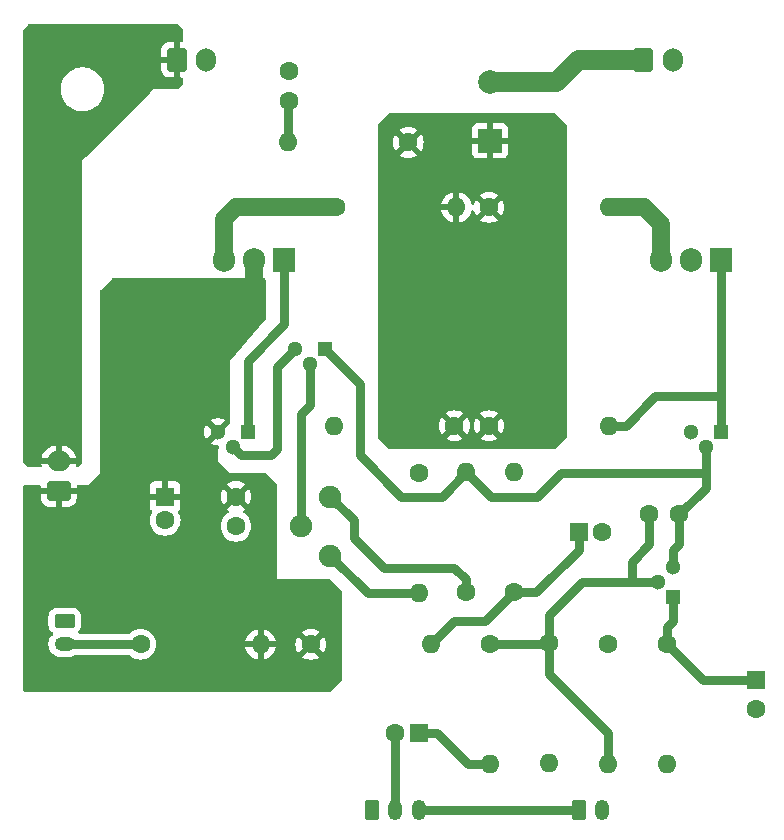
<source format=gbr>
%TF.GenerationSoftware,KiCad,Pcbnew,8.0.3*%
%TF.CreationDate,2024-07-15T18:29:38-05:00*%
%TF.ProjectId,amplifier,616d706c-6966-4696-9572-2e6b69636164,1.0*%
%TF.SameCoordinates,Original*%
%TF.FileFunction,Copper,L1,Top*%
%TF.FilePolarity,Positive*%
%FSLAX46Y46*%
G04 Gerber Fmt 4.6, Leading zero omitted, Abs format (unit mm)*
G04 Created by KiCad (PCBNEW 8.0.3) date 2024-07-15 18:29:38*
%MOMM*%
%LPD*%
G01*
G04 APERTURE LIST*
G04 Aperture macros list*
%AMRoundRect*
0 Rectangle with rounded corners*
0 $1 Rounding radius*
0 $2 $3 $4 $5 $6 $7 $8 $9 X,Y pos of 4 corners*
0 Add a 4 corners polygon primitive as box body*
4,1,4,$2,$3,$4,$5,$6,$7,$8,$9,$2,$3,0*
0 Add four circle primitives for the rounded corners*
1,1,$1+$1,$2,$3*
1,1,$1+$1,$4,$5*
1,1,$1+$1,$6,$7*
1,1,$1+$1,$8,$9*
0 Add four rect primitives between the rounded corners*
20,1,$1+$1,$2,$3,$4,$5,0*
20,1,$1+$1,$4,$5,$6,$7,0*
20,1,$1+$1,$6,$7,$8,$9,0*
20,1,$1+$1,$8,$9,$2,$3,0*%
G04 Aperture macros list end*
%TA.AperFunction,ComponentPad*%
%ADD10C,1.600000*%
%TD*%
%TA.AperFunction,ComponentPad*%
%ADD11O,1.600000X1.600000*%
%TD*%
%TA.AperFunction,ComponentPad*%
%ADD12R,1.300000X1.300000*%
%TD*%
%TA.AperFunction,ComponentPad*%
%ADD13C,1.300000*%
%TD*%
%TA.AperFunction,ComponentPad*%
%ADD14C,1.905000*%
%TD*%
%TA.AperFunction,ComponentPad*%
%ADD15R,1.905000X2.000000*%
%TD*%
%TA.AperFunction,ComponentPad*%
%ADD16O,1.905000X2.000000*%
%TD*%
%TA.AperFunction,ComponentPad*%
%ADD17RoundRect,0.250000X-0.625000X0.350000X-0.625000X-0.350000X0.625000X-0.350000X0.625000X0.350000X0*%
%TD*%
%TA.AperFunction,ComponentPad*%
%ADD18O,1.750000X1.200000*%
%TD*%
%TA.AperFunction,ComponentPad*%
%ADD19R,1.600000X1.600000*%
%TD*%
%TA.AperFunction,ComponentPad*%
%ADD20R,2.000000X2.000000*%
%TD*%
%TA.AperFunction,ComponentPad*%
%ADD21C,2.000000*%
%TD*%
%TA.AperFunction,ComponentPad*%
%ADD22RoundRect,0.250000X-0.350000X-0.625000X0.350000X-0.625000X0.350000X0.625000X-0.350000X0.625000X0*%
%TD*%
%TA.AperFunction,ComponentPad*%
%ADD23O,1.200000X1.750000*%
%TD*%
%TA.AperFunction,ComponentPad*%
%ADD24RoundRect,0.250000X0.750000X-0.600000X0.750000X0.600000X-0.750000X0.600000X-0.750000X-0.600000X0*%
%TD*%
%TA.AperFunction,ComponentPad*%
%ADD25O,2.000000X1.700000*%
%TD*%
%TA.AperFunction,ComponentPad*%
%ADD26RoundRect,0.250000X-0.600000X-0.750000X0.600000X-0.750000X0.600000X0.750000X-0.600000X0.750000X0*%
%TD*%
%TA.AperFunction,ComponentPad*%
%ADD27O,1.700000X2.000000*%
%TD*%
%TA.AperFunction,Conductor*%
%ADD28C,0.800000*%
%TD*%
%TA.AperFunction,Conductor*%
%ADD29C,1.700000*%
%TD*%
%TA.AperFunction,Conductor*%
%ADD30C,1.500000*%
%TD*%
G04 APERTURE END LIST*
D10*
%TO.P,R3,1*%
%TO.N,Net-(C4-Pad2)*%
X133000000Y-124000000D03*
D11*
%TO.P,R3,2*%
%TO.N,Net-(Q1-B)*%
X133000000Y-134160000D03*
%TD*%
D10*
%TO.P,R14,1*%
%TO.N,Net-(J5-Pin_2)*%
X93420000Y-124000000D03*
D11*
%TO.P,R14,2*%
%TO.N,+12V*%
X103580000Y-124000000D03*
%TD*%
D12*
%TO.P,Q4,1,E*%
%TO.N,Net-(Q4-E)*%
X102500000Y-106000000D03*
D13*
%TO.P,Q4,2,B*%
%TO.N,Net-(Q2-C)*%
X101230000Y-107270000D03*
%TO.P,Q4,3,C*%
%TO.N,+12V*%
X99960000Y-106000000D03*
%TD*%
D10*
%TO.P,R8,1*%
%TO.N,+12V*%
X107840000Y-124000000D03*
D11*
%TO.P,R8,2*%
%TO.N,Net-(C4-Pad1)*%
X118000000Y-124000000D03*
%TD*%
D10*
%TO.P,C7,1*%
%TO.N,+12V*%
X101500000Y-111500000D03*
%TO.P,C7,2*%
%TO.N,GND*%
X101500000Y-114000000D03*
%TD*%
D14*
%TO.P,RV1,1,1*%
%TO.N,Net-(R6-Pad2)*%
X109500000Y-116500000D03*
%TO.P,RV1,2,2*%
%TO.N,Net-(Q2-B)*%
X107000000Y-114000000D03*
%TO.P,RV1,3,3*%
%TO.N,Net-(R5-Pad1)*%
X109500000Y-111500000D03*
%TD*%
D15*
%TO.P,Q5,1,B*%
%TO.N,Net-(Q3-E)*%
X142540000Y-91500000D03*
D16*
%TO.P,Q5,2,C*%
%TO.N,GND*%
X140000000Y-91500000D03*
%TO.P,Q5,3,E*%
%TO.N,Net-(Q5-E)*%
X137460000Y-91500000D03*
%TD*%
D12*
%TO.P,Q1,1,E*%
%TO.N,Net-(Q1-E)*%
X138500000Y-120000000D03*
D13*
%TO.P,Q1,2,B*%
%TO.N,Net-(Q1-B)*%
X137230000Y-118730000D03*
%TO.P,Q1,3,C*%
%TO.N,Net-(Q1-C)*%
X138500000Y-117460000D03*
%TD*%
D10*
%TO.P,R10,1*%
%TO.N,Net-(C4-Pad2)*%
X120000000Y-105500000D03*
D11*
%TO.P,R10,2*%
%TO.N,Net-(Q4-E)*%
X109840000Y-105500000D03*
%TD*%
D17*
%TO.P,J5,1,Pin_1*%
%TO.N,GND*%
X87000000Y-122000000D03*
D18*
%TO.P,J5,2,Pin_2*%
%TO.N,Net-(J5-Pin_2)*%
X87000000Y-124000000D03*
%TD*%
D10*
%TO.P,R2,1*%
%TO.N,Net-(Q1-B)*%
X128000000Y-123920000D03*
D11*
%TO.P,R2,2*%
%TO.N,GND*%
X128000000Y-134080000D03*
%TD*%
D19*
%TO.P,C4,1*%
%TO.N,Net-(C4-Pad1)*%
X130500000Y-114500000D03*
D10*
%TO.P,C4,2*%
%TO.N,Net-(C4-Pad2)*%
X132500000Y-114500000D03*
%TD*%
%TO.P,R9,1*%
%TO.N,Net-(C4-Pad2)*%
X122920000Y-105500000D03*
D11*
%TO.P,R9,2*%
%TO.N,Net-(Q3-E)*%
X133080000Y-105500000D03*
%TD*%
D10*
%TO.P,R13,1*%
%TO.N,Net-(C4-Pad2)*%
X116080000Y-81500000D03*
D11*
%TO.P,R13,2*%
%TO.N,Net-(C5-Pad1)*%
X105920000Y-81500000D03*
%TD*%
D20*
%TO.P,C6,1*%
%TO.N,Net-(C4-Pad2)*%
X123000000Y-81367677D03*
D21*
%TO.P,C6,2*%
%TO.N,Net-(J3-Pin_1)*%
X123000000Y-76367677D03*
%TD*%
D19*
%TO.P,C8,1*%
%TO.N,+12V*%
X95500000Y-111500000D03*
D10*
%TO.P,C8,2*%
%TO.N,GND*%
X95500000Y-113500000D03*
%TD*%
%TO.P,C3,1*%
%TO.N,Net-(Q1-B)*%
X136500000Y-113000000D03*
%TO.P,C3,2*%
%TO.N,Net-(Q1-C)*%
X139000000Y-113000000D03*
%TD*%
%TO.P,R6,1*%
%TO.N,Net-(Q2-C)*%
X117000000Y-109500000D03*
D11*
%TO.P,R6,2*%
%TO.N,Net-(R6-Pad2)*%
X117000000Y-119660000D03*
%TD*%
D10*
%TO.P,R7,1*%
%TO.N,Net-(C4-Pad1)*%
X125000000Y-119580000D03*
D11*
%TO.P,R7,2*%
%TO.N,Net-(Q2-C)*%
X125000000Y-109420000D03*
%TD*%
D22*
%TO.P,J2,1,Pin_1*%
%TO.N,GND*%
X113000000Y-138000000D03*
D23*
%TO.P,J2,2,Pin_2*%
%TO.N,Net-(J2-Pin_2)*%
X115000000Y-138000000D03*
%TO.P,J2,3,Pin_3*%
%TO.N,Net-(J1-Pin_1)*%
X117000000Y-138000000D03*
%TD*%
D19*
%TO.P,C2,1*%
%TO.N,Net-(Q1-E)*%
X145500000Y-127000000D03*
D10*
%TO.P,C2,2*%
%TO.N,GND*%
X145500000Y-129500000D03*
%TD*%
D12*
%TO.P,Q2,1,E*%
%TO.N,Net-(Q1-C)*%
X109040000Y-99000000D03*
D13*
%TO.P,Q2,2,B*%
%TO.N,Net-(Q2-B)*%
X107770000Y-100270000D03*
%TO.P,Q2,3,C*%
%TO.N,Net-(Q2-C)*%
X106500000Y-99000000D03*
%TD*%
D15*
%TO.P,Q6,1,B*%
%TO.N,Net-(Q4-E)*%
X105580000Y-91500000D03*
D16*
%TO.P,Q6,2,C*%
%TO.N,+12V*%
X103040000Y-91500000D03*
%TO.P,Q6,3,E*%
%TO.N,Net-(Q6-E)*%
X100500000Y-91500000D03*
%TD*%
D24*
%TO.P,J6,1,Pin_1*%
%TO.N,+12V*%
X86500000Y-111000000D03*
D25*
%TO.P,J6,2,Pin_2*%
%TO.N,Net-(J4-Pin_1)*%
X86500000Y-108500000D03*
%TD*%
D10*
%TO.P,R11,1*%
%TO.N,Net-(C4-Pad2)*%
X122920000Y-87000000D03*
D11*
%TO.P,R11,2*%
%TO.N,Net-(Q5-E)*%
X133080000Y-87000000D03*
%TD*%
D10*
%TO.P,R1,1*%
%TO.N,Net-(Q1-B)*%
X123000000Y-124000000D03*
D11*
%TO.P,R1,2*%
%TO.N,Net-(C1-Pad1)*%
X123000000Y-134160000D03*
%TD*%
D10*
%TO.P,C5,1*%
%TO.N,Net-(C5-Pad1)*%
X106000000Y-78000000D03*
%TO.P,C5,2*%
%TO.N,GND*%
X106000000Y-75500000D03*
%TD*%
%TO.P,R5,1*%
%TO.N,Net-(R5-Pad1)*%
X121000000Y-119580000D03*
D11*
%TO.P,R5,2*%
%TO.N,Net-(Q1-C)*%
X121000000Y-109420000D03*
%TD*%
D10*
%TO.P,R4,1*%
%TO.N,Net-(Q1-E)*%
X138000000Y-124000000D03*
D11*
%TO.P,R4,2*%
%TO.N,GND*%
X138000000Y-134160000D03*
%TD*%
D10*
%TO.P,R12,1*%
%TO.N,Net-(Q6-E)*%
X110000000Y-87000000D03*
D11*
%TO.P,R12,2*%
%TO.N,Net-(C4-Pad2)*%
X120160000Y-87000000D03*
%TD*%
D19*
%TO.P,C1,1*%
%TO.N,Net-(C1-Pad1)*%
X116955113Y-131500000D03*
D10*
%TO.P,C1,2*%
%TO.N,Net-(J2-Pin_2)*%
X114955113Y-131500000D03*
%TD*%
D26*
%TO.P,J4,1,Pin_1*%
%TO.N,Net-(J4-Pin_1)*%
X96500000Y-74500000D03*
D27*
%TO.P,J4,2,Pin_2*%
%TO.N,GND*%
X99000000Y-74500000D03*
%TD*%
D26*
%TO.P,J3,1,Pin_1*%
%TO.N,Net-(J3-Pin_1)*%
X136000000Y-74500000D03*
D27*
%TO.P,J3,2,Pin_2*%
%TO.N,GND*%
X138500000Y-74500000D03*
%TD*%
D12*
%TO.P,Q3,1,E*%
%TO.N,Net-(Q3-E)*%
X142540000Y-106000000D03*
D13*
%TO.P,Q3,2,B*%
%TO.N,Net-(Q1-C)*%
X141270000Y-107270000D03*
%TO.P,Q3,3,C*%
%TO.N,GND*%
X140000000Y-106000000D03*
%TD*%
D22*
%TO.P,J1,1,Pin_1*%
%TO.N,Net-(J1-Pin_1)*%
X130500000Y-138000000D03*
D23*
%TO.P,J1,2,Pin_2*%
%TO.N,GND*%
X132500000Y-138000000D03*
%TD*%
D28*
%TO.N,Net-(Q4-E)*%
X102500000Y-100000000D02*
X105580000Y-96920000D01*
X102500000Y-106000000D02*
X102500000Y-100000000D01*
X105580000Y-96920000D02*
X105580000Y-91500000D01*
%TO.N,Net-(J2-Pin_2)*%
X115000000Y-131544887D02*
X114955113Y-131500000D01*
X115000000Y-138000000D02*
X115000000Y-131544887D01*
%TO.N,Net-(C1-Pad1)*%
X118500000Y-131500000D02*
X121160000Y-134160000D01*
X121160000Y-134160000D02*
X123000000Y-134160000D01*
X116955113Y-131500000D02*
X118500000Y-131500000D01*
%TO.N,Net-(Q1-E)*%
X141000000Y-127000000D02*
X145500000Y-127000000D01*
X138000000Y-122500000D02*
X138500000Y-122000000D01*
X138000000Y-124000000D02*
X141000000Y-127000000D01*
X138500000Y-122000000D02*
X138500000Y-120000000D01*
X138000000Y-124000000D02*
X138000000Y-122500000D01*
%TO.N,Net-(Q1-C)*%
X138500000Y-116000000D02*
X139000000Y-115500000D01*
X129000000Y-109500000D02*
X127000000Y-111500000D01*
X139000000Y-115500000D02*
X139000000Y-113000000D01*
X123080000Y-111500000D02*
X121000000Y-109420000D01*
X141270000Y-110730000D02*
X141270000Y-107270000D01*
X112000000Y-108000000D02*
X112000000Y-101960000D01*
X112000000Y-101960000D02*
X109040000Y-99000000D01*
X118920000Y-111500000D02*
X115500000Y-111500000D01*
X115500000Y-111500000D02*
X112000000Y-108000000D01*
X121000000Y-109420000D02*
X118920000Y-111500000D01*
X127000000Y-111500000D02*
X123080000Y-111500000D01*
X141270000Y-109500000D02*
X129000000Y-109500000D01*
X138500000Y-117460000D02*
X138500000Y-116000000D01*
X139000000Y-113000000D02*
X141270000Y-110730000D01*
%TO.N,Net-(Q1-B)*%
X130770000Y-118730000D02*
X135000000Y-118730000D01*
X136500000Y-115500000D02*
X135000000Y-117000000D01*
X135000000Y-117000000D02*
X135000000Y-118730000D01*
X128000000Y-126500000D02*
X133000000Y-131500000D01*
X128000000Y-123920000D02*
X128000000Y-121500000D01*
X136500000Y-113000000D02*
X136500000Y-115500000D01*
X128000000Y-121500000D02*
X130770000Y-118730000D01*
X133000000Y-131500000D02*
X133000000Y-134160000D01*
X135000000Y-118730000D02*
X137230000Y-118730000D01*
X127920000Y-124000000D02*
X128000000Y-123920000D01*
X128000000Y-123920000D02*
X128000000Y-126500000D01*
X123000000Y-124000000D02*
X127920000Y-124000000D01*
%TO.N,Net-(C4-Pad1)*%
X130500000Y-116000000D02*
X130500000Y-114500000D01*
X122580000Y-122000000D02*
X125000000Y-119580000D01*
X125000000Y-119580000D02*
X126920000Y-119580000D01*
X118000000Y-124000000D02*
X120000000Y-122000000D01*
X126920000Y-119580000D02*
X130500000Y-116000000D01*
X120000000Y-122000000D02*
X122580000Y-122000000D01*
%TO.N,Net-(C5-Pad1)*%
X105920000Y-81500000D02*
X105920000Y-78080000D01*
X105920000Y-78080000D02*
X106000000Y-78000000D01*
D29*
%TO.N,Net-(J3-Pin_1)*%
X128632323Y-76367677D02*
X130500000Y-74500000D01*
X123000000Y-76367677D02*
X128632323Y-76367677D01*
X130500000Y-74500000D02*
X136000000Y-74500000D01*
D30*
%TO.N,+12V*%
X103040000Y-93960000D02*
X103040000Y-91500000D01*
D28*
%TO.N,Net-(Q2-B)*%
X107000000Y-114000000D02*
X107000000Y-104500000D01*
X107770000Y-103730000D02*
X107770000Y-100270000D01*
X107000000Y-104500000D02*
X107770000Y-103730000D01*
%TO.N,Net-(Q2-C)*%
X105000000Y-100500000D02*
X106500000Y-99000000D01*
X104500000Y-108000000D02*
X105000000Y-107500000D01*
X101960000Y-108000000D02*
X104500000Y-108000000D01*
X105000000Y-107500000D02*
X105000000Y-100500000D01*
X101230000Y-107270000D02*
X101960000Y-108000000D01*
%TO.N,Net-(Q3-E)*%
X137000000Y-103000000D02*
X142500000Y-103000000D01*
X134500000Y-105500000D02*
X137000000Y-103000000D01*
X142540000Y-106000000D02*
X142540000Y-91960000D01*
X142540000Y-91960000D02*
X143000000Y-91500000D01*
X133080000Y-105500000D02*
X134500000Y-105500000D01*
D30*
%TO.N,Net-(Q5-E)*%
X137500000Y-88420000D02*
X136080000Y-87000000D01*
X136080000Y-87000000D02*
X133080000Y-87000000D01*
X137500000Y-91500000D02*
X137500000Y-88420000D01*
%TO.N,Net-(Q6-E)*%
X101500000Y-87000000D02*
X110000000Y-87000000D01*
X100500000Y-88000000D02*
X101500000Y-87000000D01*
X100500000Y-91500000D02*
X100500000Y-88000000D01*
D28*
%TO.N,Net-(R5-Pad1)*%
X111500000Y-115000000D02*
X111500000Y-113500000D01*
X114000000Y-117500000D02*
X111500000Y-115000000D01*
X111500000Y-113500000D02*
X109500000Y-111500000D01*
X120000000Y-117500000D02*
X114000000Y-117500000D01*
X121000000Y-118500000D02*
X120000000Y-117500000D01*
X121000000Y-119580000D02*
X121000000Y-118500000D01*
%TO.N,Net-(R6-Pad2)*%
X117000000Y-119660000D02*
X112660000Y-119660000D01*
X112660000Y-119660000D02*
X109500000Y-116500000D01*
%TO.N,Net-(J5-Pin_2)*%
X87000000Y-124000000D02*
X93420000Y-124000000D01*
%TO.N,Net-(J1-Pin_1)*%
X117000000Y-138000000D02*
X130500000Y-138000000D01*
%TD*%
%TA.AperFunction,Conductor*%
%TO.N,Net-(C4-Pad2)*%
G36*
X128515677Y-79019685D02*
G01*
X128536319Y-79036319D01*
X129463681Y-79963681D01*
X129497166Y-80025004D01*
X129500000Y-80051362D01*
X129500000Y-106448638D01*
X129480315Y-106515677D01*
X129463681Y-106536319D01*
X128536319Y-107463681D01*
X128474996Y-107497166D01*
X128448638Y-107500000D01*
X114551362Y-107500000D01*
X114484323Y-107480315D01*
X114463681Y-107463681D01*
X113536319Y-106536319D01*
X113502834Y-106474996D01*
X113500000Y-106448638D01*
X113500000Y-105499997D01*
X118695034Y-105499997D01*
X118695034Y-105500002D01*
X118714858Y-105726599D01*
X118714860Y-105726610D01*
X118773730Y-105946317D01*
X118773735Y-105946331D01*
X118869863Y-106152478D01*
X118920974Y-106225472D01*
X119600000Y-105546446D01*
X119600000Y-105552661D01*
X119627259Y-105654394D01*
X119679920Y-105745606D01*
X119754394Y-105820080D01*
X119845606Y-105872741D01*
X119947339Y-105900000D01*
X119953553Y-105900000D01*
X119274526Y-106579025D01*
X119347513Y-106630132D01*
X119347521Y-106630136D01*
X119553668Y-106726264D01*
X119553682Y-106726269D01*
X119773389Y-106785139D01*
X119773400Y-106785141D01*
X119999998Y-106804966D01*
X120000002Y-106804966D01*
X120226599Y-106785141D01*
X120226610Y-106785139D01*
X120446317Y-106726269D01*
X120446331Y-106726264D01*
X120652478Y-106630136D01*
X120725471Y-106579024D01*
X120046447Y-105900000D01*
X120052661Y-105900000D01*
X120154394Y-105872741D01*
X120245606Y-105820080D01*
X120320080Y-105745606D01*
X120372741Y-105654394D01*
X120400000Y-105552661D01*
X120400000Y-105546447D01*
X121079024Y-106225471D01*
X121130136Y-106152478D01*
X121226264Y-105946331D01*
X121226269Y-105946317D01*
X121285139Y-105726610D01*
X121285141Y-105726599D01*
X121304966Y-105500002D01*
X121304966Y-105499997D01*
X121615034Y-105499997D01*
X121615034Y-105500002D01*
X121634858Y-105726599D01*
X121634860Y-105726610D01*
X121693730Y-105946317D01*
X121693735Y-105946331D01*
X121789863Y-106152478D01*
X121840974Y-106225472D01*
X122520000Y-105546446D01*
X122520000Y-105552661D01*
X122547259Y-105654394D01*
X122599920Y-105745606D01*
X122674394Y-105820080D01*
X122765606Y-105872741D01*
X122867339Y-105900000D01*
X122873553Y-105900000D01*
X122194526Y-106579025D01*
X122267513Y-106630132D01*
X122267521Y-106630136D01*
X122473668Y-106726264D01*
X122473682Y-106726269D01*
X122693389Y-106785139D01*
X122693400Y-106785141D01*
X122919998Y-106804966D01*
X122920002Y-106804966D01*
X123146599Y-106785141D01*
X123146610Y-106785139D01*
X123366317Y-106726269D01*
X123366331Y-106726264D01*
X123572478Y-106630136D01*
X123645471Y-106579024D01*
X122966447Y-105900000D01*
X122972661Y-105900000D01*
X123074394Y-105872741D01*
X123165606Y-105820080D01*
X123240080Y-105745606D01*
X123292741Y-105654394D01*
X123320000Y-105552661D01*
X123320000Y-105546447D01*
X123999024Y-106225471D01*
X124050136Y-106152478D01*
X124146264Y-105946331D01*
X124146269Y-105946317D01*
X124205139Y-105726610D01*
X124205141Y-105726599D01*
X124224966Y-105500002D01*
X124224966Y-105499997D01*
X124205141Y-105273400D01*
X124205139Y-105273389D01*
X124146269Y-105053682D01*
X124146264Y-105053668D01*
X124050136Y-104847521D01*
X124050132Y-104847513D01*
X123999025Y-104774526D01*
X123320000Y-105453551D01*
X123320000Y-105447339D01*
X123292741Y-105345606D01*
X123240080Y-105254394D01*
X123165606Y-105179920D01*
X123074394Y-105127259D01*
X122972661Y-105100000D01*
X122966448Y-105100000D01*
X123645472Y-104420974D01*
X123572478Y-104369863D01*
X123366331Y-104273735D01*
X123366317Y-104273730D01*
X123146610Y-104214860D01*
X123146599Y-104214858D01*
X122920002Y-104195034D01*
X122919998Y-104195034D01*
X122693400Y-104214858D01*
X122693389Y-104214860D01*
X122473682Y-104273730D01*
X122473673Y-104273734D01*
X122267516Y-104369866D01*
X122267512Y-104369868D01*
X122194526Y-104420973D01*
X122194526Y-104420974D01*
X122873553Y-105100000D01*
X122867339Y-105100000D01*
X122765606Y-105127259D01*
X122674394Y-105179920D01*
X122599920Y-105254394D01*
X122547259Y-105345606D01*
X122520000Y-105447339D01*
X122520000Y-105453552D01*
X121840974Y-104774526D01*
X121840973Y-104774526D01*
X121789868Y-104847512D01*
X121789866Y-104847516D01*
X121693734Y-105053673D01*
X121693730Y-105053682D01*
X121634860Y-105273389D01*
X121634858Y-105273400D01*
X121615034Y-105499997D01*
X121304966Y-105499997D01*
X121285141Y-105273400D01*
X121285139Y-105273389D01*
X121226269Y-105053682D01*
X121226264Y-105053668D01*
X121130136Y-104847521D01*
X121130132Y-104847513D01*
X121079025Y-104774526D01*
X120400000Y-105453551D01*
X120400000Y-105447339D01*
X120372741Y-105345606D01*
X120320080Y-105254394D01*
X120245606Y-105179920D01*
X120154394Y-105127259D01*
X120052661Y-105100000D01*
X120046448Y-105100000D01*
X120725472Y-104420974D01*
X120652478Y-104369863D01*
X120446331Y-104273735D01*
X120446317Y-104273730D01*
X120226610Y-104214860D01*
X120226599Y-104214858D01*
X120000002Y-104195034D01*
X119999998Y-104195034D01*
X119773400Y-104214858D01*
X119773389Y-104214860D01*
X119553682Y-104273730D01*
X119553673Y-104273734D01*
X119347516Y-104369866D01*
X119347512Y-104369868D01*
X119274526Y-104420973D01*
X119274526Y-104420974D01*
X119953553Y-105100000D01*
X119947339Y-105100000D01*
X119845606Y-105127259D01*
X119754394Y-105179920D01*
X119679920Y-105254394D01*
X119627259Y-105345606D01*
X119600000Y-105447339D01*
X119600000Y-105453552D01*
X118920974Y-104774526D01*
X118920973Y-104774526D01*
X118869868Y-104847512D01*
X118869866Y-104847516D01*
X118773734Y-105053673D01*
X118773730Y-105053682D01*
X118714860Y-105273389D01*
X118714858Y-105273400D01*
X118695034Y-105499997D01*
X113500000Y-105499997D01*
X113500000Y-86749999D01*
X118881127Y-86749999D01*
X118881128Y-86750000D01*
X119844314Y-86750000D01*
X119839920Y-86754394D01*
X119787259Y-86845606D01*
X119760000Y-86947339D01*
X119760000Y-87052661D01*
X119787259Y-87154394D01*
X119839920Y-87245606D01*
X119844314Y-87250000D01*
X118881128Y-87250000D01*
X118933730Y-87446317D01*
X118933734Y-87446326D01*
X119029865Y-87652482D01*
X119160342Y-87838820D01*
X119321179Y-87999657D01*
X119507517Y-88130134D01*
X119713673Y-88226265D01*
X119713682Y-88226269D01*
X119909999Y-88278872D01*
X119910000Y-88278871D01*
X119910000Y-87315686D01*
X119914394Y-87320080D01*
X120005606Y-87372741D01*
X120107339Y-87400000D01*
X120212661Y-87400000D01*
X120314394Y-87372741D01*
X120405606Y-87320080D01*
X120410000Y-87315686D01*
X120410000Y-88278872D01*
X120606317Y-88226269D01*
X120606326Y-88226265D01*
X120812482Y-88130134D01*
X120998820Y-87999657D01*
X121159657Y-87838820D01*
X121290134Y-87652482D01*
X121386265Y-87446326D01*
X121386269Y-87446317D01*
X121420225Y-87319592D01*
X121456590Y-87259931D01*
X121519437Y-87229402D01*
X121588812Y-87237697D01*
X121642690Y-87282182D01*
X121659775Y-87319592D01*
X121693730Y-87446317D01*
X121693735Y-87446331D01*
X121789863Y-87652478D01*
X121840974Y-87725472D01*
X122520000Y-87046446D01*
X122520000Y-87052661D01*
X122547259Y-87154394D01*
X122599920Y-87245606D01*
X122674394Y-87320080D01*
X122765606Y-87372741D01*
X122867339Y-87400000D01*
X122873553Y-87400000D01*
X122194526Y-88079025D01*
X122267513Y-88130132D01*
X122267521Y-88130136D01*
X122473668Y-88226264D01*
X122473682Y-88226269D01*
X122693389Y-88285139D01*
X122693400Y-88285141D01*
X122919998Y-88304966D01*
X122920002Y-88304966D01*
X123146599Y-88285141D01*
X123146610Y-88285139D01*
X123366317Y-88226269D01*
X123366331Y-88226264D01*
X123572478Y-88130136D01*
X123645471Y-88079024D01*
X122966447Y-87400000D01*
X122972661Y-87400000D01*
X123074394Y-87372741D01*
X123165606Y-87320080D01*
X123240080Y-87245606D01*
X123292741Y-87154394D01*
X123320000Y-87052661D01*
X123320000Y-87046447D01*
X123999024Y-87725471D01*
X124050136Y-87652478D01*
X124146264Y-87446331D01*
X124146269Y-87446317D01*
X124205139Y-87226610D01*
X124205141Y-87226599D01*
X124224966Y-87000002D01*
X124224966Y-86999997D01*
X124205141Y-86773400D01*
X124205139Y-86773389D01*
X124146269Y-86553682D01*
X124146264Y-86553668D01*
X124050136Y-86347521D01*
X124050132Y-86347513D01*
X123999025Y-86274526D01*
X123320000Y-86953551D01*
X123320000Y-86947339D01*
X123292741Y-86845606D01*
X123240080Y-86754394D01*
X123165606Y-86679920D01*
X123074394Y-86627259D01*
X122972661Y-86600000D01*
X122966448Y-86600000D01*
X123645472Y-85920974D01*
X123572478Y-85869863D01*
X123366331Y-85773735D01*
X123366317Y-85773730D01*
X123146610Y-85714860D01*
X123146599Y-85714858D01*
X122920002Y-85695034D01*
X122919998Y-85695034D01*
X122693400Y-85714858D01*
X122693389Y-85714860D01*
X122473682Y-85773730D01*
X122473673Y-85773734D01*
X122267516Y-85869866D01*
X122267512Y-85869868D01*
X122194526Y-85920973D01*
X122194526Y-85920974D01*
X122873553Y-86600000D01*
X122867339Y-86600000D01*
X122765606Y-86627259D01*
X122674394Y-86679920D01*
X122599920Y-86754394D01*
X122547259Y-86845606D01*
X122520000Y-86947339D01*
X122520000Y-86953552D01*
X121840974Y-86274526D01*
X121840973Y-86274526D01*
X121789868Y-86347512D01*
X121789866Y-86347516D01*
X121693734Y-86553673D01*
X121693730Y-86553682D01*
X121659775Y-86680407D01*
X121623410Y-86740068D01*
X121560563Y-86770597D01*
X121491187Y-86762302D01*
X121437310Y-86717817D01*
X121420225Y-86680407D01*
X121386269Y-86553682D01*
X121386265Y-86553673D01*
X121290134Y-86347517D01*
X121159657Y-86161179D01*
X120998820Y-86000342D01*
X120812482Y-85869865D01*
X120606328Y-85773734D01*
X120410000Y-85721127D01*
X120410000Y-86684314D01*
X120405606Y-86679920D01*
X120314394Y-86627259D01*
X120212661Y-86600000D01*
X120107339Y-86600000D01*
X120005606Y-86627259D01*
X119914394Y-86679920D01*
X119910000Y-86684314D01*
X119910000Y-85721127D01*
X119713671Y-85773734D01*
X119507517Y-85869865D01*
X119321179Y-86000342D01*
X119160342Y-86161179D01*
X119029865Y-86347517D01*
X118933734Y-86553673D01*
X118933730Y-86553682D01*
X118881127Y-86749999D01*
X113500000Y-86749999D01*
X113500000Y-81499997D01*
X114775034Y-81499997D01*
X114775034Y-81500002D01*
X114794858Y-81726599D01*
X114794860Y-81726610D01*
X114853730Y-81946317D01*
X114853735Y-81946331D01*
X114949863Y-82152478D01*
X115000974Y-82225472D01*
X115680000Y-81546446D01*
X115680000Y-81552661D01*
X115707259Y-81654394D01*
X115759920Y-81745606D01*
X115834394Y-81820080D01*
X115925606Y-81872741D01*
X116027339Y-81900000D01*
X116033553Y-81900000D01*
X115354526Y-82579025D01*
X115427513Y-82630132D01*
X115427521Y-82630136D01*
X115633668Y-82726264D01*
X115633682Y-82726269D01*
X115853389Y-82785139D01*
X115853400Y-82785141D01*
X116079998Y-82804966D01*
X116080002Y-82804966D01*
X116306599Y-82785141D01*
X116306610Y-82785139D01*
X116526317Y-82726269D01*
X116526331Y-82726264D01*
X116732478Y-82630136D01*
X116805471Y-82579024D01*
X116126447Y-81900000D01*
X116132661Y-81900000D01*
X116234394Y-81872741D01*
X116325606Y-81820080D01*
X116400080Y-81745606D01*
X116452741Y-81654394D01*
X116480000Y-81552661D01*
X116480000Y-81546447D01*
X117159024Y-82225471D01*
X117210136Y-82152478D01*
X117306264Y-81946331D01*
X117306269Y-81946317D01*
X117365139Y-81726610D01*
X117365141Y-81726599D01*
X117384966Y-81500002D01*
X117384966Y-81499997D01*
X117365141Y-81273400D01*
X117365139Y-81273389D01*
X117306269Y-81053682D01*
X117306264Y-81053668D01*
X117210136Y-80847521D01*
X117210132Y-80847513D01*
X117159025Y-80774526D01*
X116480000Y-81453551D01*
X116480000Y-81447339D01*
X116452741Y-81345606D01*
X116400080Y-81254394D01*
X116325606Y-81179920D01*
X116234394Y-81127259D01*
X116132661Y-81100000D01*
X116126448Y-81100000D01*
X116805472Y-80420974D01*
X116732478Y-80369863D01*
X116625186Y-80319832D01*
X121500000Y-80319832D01*
X121500000Y-81117677D01*
X122566988Y-81117677D01*
X122534075Y-81174684D01*
X122500000Y-81301851D01*
X122500000Y-81433503D01*
X122534075Y-81560670D01*
X122566988Y-81617677D01*
X121500000Y-81617677D01*
X121500000Y-82415521D01*
X121506401Y-82475049D01*
X121506403Y-82475056D01*
X121556645Y-82609763D01*
X121556649Y-82609770D01*
X121642809Y-82724864D01*
X121642811Y-82724866D01*
X121757906Y-82811027D01*
X121757913Y-82811031D01*
X121892620Y-82861273D01*
X121892627Y-82861275D01*
X121952155Y-82867676D01*
X121952172Y-82867677D01*
X122750000Y-82867677D01*
X122750000Y-81800689D01*
X122807007Y-81833602D01*
X122934174Y-81867677D01*
X123065826Y-81867677D01*
X123192993Y-81833602D01*
X123250000Y-81800689D01*
X123250000Y-82867677D01*
X124047828Y-82867677D01*
X124047844Y-82867676D01*
X124107372Y-82861275D01*
X124107379Y-82861273D01*
X124242086Y-82811031D01*
X124242093Y-82811027D01*
X124357189Y-82724866D01*
X124357190Y-82724864D01*
X124443350Y-82609770D01*
X124443354Y-82609763D01*
X124493596Y-82475056D01*
X124493598Y-82475049D01*
X124499999Y-82415521D01*
X124500000Y-82415504D01*
X124500000Y-81617677D01*
X123433012Y-81617677D01*
X123465925Y-81560670D01*
X123500000Y-81433503D01*
X123500000Y-81301851D01*
X123465925Y-81174684D01*
X123433012Y-81117677D01*
X124500000Y-81117677D01*
X124500000Y-80319849D01*
X124499999Y-80319832D01*
X124493598Y-80260304D01*
X124493596Y-80260297D01*
X124443354Y-80125590D01*
X124443350Y-80125583D01*
X124357190Y-80010489D01*
X124357187Y-80010486D01*
X124242093Y-79924326D01*
X124242086Y-79924322D01*
X124107379Y-79874080D01*
X124107372Y-79874078D01*
X124047844Y-79867677D01*
X123250000Y-79867677D01*
X123250000Y-80934665D01*
X123192993Y-80901752D01*
X123065826Y-80867677D01*
X122934174Y-80867677D01*
X122807007Y-80901752D01*
X122750000Y-80934665D01*
X122750000Y-79867677D01*
X121952155Y-79867677D01*
X121892627Y-79874078D01*
X121892620Y-79874080D01*
X121757913Y-79924322D01*
X121757906Y-79924326D01*
X121642812Y-80010486D01*
X121642809Y-80010489D01*
X121556649Y-80125583D01*
X121556645Y-80125590D01*
X121506403Y-80260297D01*
X121506401Y-80260304D01*
X121500000Y-80319832D01*
X116625186Y-80319832D01*
X116526331Y-80273735D01*
X116526317Y-80273730D01*
X116306610Y-80214860D01*
X116306599Y-80214858D01*
X116080002Y-80195034D01*
X116079998Y-80195034D01*
X115853400Y-80214858D01*
X115853389Y-80214860D01*
X115633682Y-80273730D01*
X115633673Y-80273734D01*
X115427516Y-80369866D01*
X115427512Y-80369868D01*
X115354526Y-80420973D01*
X115354526Y-80420974D01*
X116033553Y-81100000D01*
X116027339Y-81100000D01*
X115925606Y-81127259D01*
X115834394Y-81179920D01*
X115759920Y-81254394D01*
X115707259Y-81345606D01*
X115680000Y-81447339D01*
X115680000Y-81453552D01*
X115000974Y-80774526D01*
X115000973Y-80774526D01*
X114949868Y-80847512D01*
X114949866Y-80847516D01*
X114853734Y-81053673D01*
X114853730Y-81053682D01*
X114794860Y-81273389D01*
X114794858Y-81273400D01*
X114775034Y-81499997D01*
X113500000Y-81499997D01*
X113500000Y-80051362D01*
X113519685Y-79984323D01*
X113536319Y-79963681D01*
X114463681Y-79036319D01*
X114525004Y-79002834D01*
X114551362Y-79000000D01*
X128448638Y-79000000D01*
X128515677Y-79019685D01*
G37*
%TD.AperFunction*%
%TD*%
%TA.AperFunction,Conductor*%
%TO.N,Net-(J4-Pin_1)*%
G36*
X96615677Y-71519685D02*
G01*
X96636319Y-71536319D01*
X96963681Y-71863681D01*
X96997166Y-71925004D01*
X97000000Y-71951362D01*
X97000000Y-72876000D01*
X96980315Y-72943039D01*
X96927511Y-72988794D01*
X96876000Y-73000000D01*
X96750000Y-73000000D01*
X96750000Y-74066988D01*
X96692993Y-74034075D01*
X96565826Y-74000000D01*
X96434174Y-74000000D01*
X96307007Y-74034075D01*
X96250000Y-74066988D01*
X96250000Y-73000000D01*
X95850028Y-73000000D01*
X95850012Y-73000001D01*
X95747302Y-73010494D01*
X95580880Y-73065641D01*
X95580875Y-73065643D01*
X95431654Y-73157684D01*
X95307684Y-73281654D01*
X95215643Y-73430875D01*
X95215641Y-73430880D01*
X95160494Y-73597302D01*
X95160493Y-73597309D01*
X95150000Y-73700013D01*
X95150000Y-74250000D01*
X96066988Y-74250000D01*
X96034075Y-74307007D01*
X96000000Y-74434174D01*
X96000000Y-74565826D01*
X96034075Y-74692993D01*
X96066988Y-74750000D01*
X95150001Y-74750000D01*
X95150001Y-75299986D01*
X95160494Y-75402697D01*
X95215641Y-75569119D01*
X95215643Y-75569124D01*
X95307684Y-75718345D01*
X95431654Y-75842315D01*
X95580875Y-75934356D01*
X95580880Y-75934358D01*
X95747302Y-75989505D01*
X95747309Y-75989506D01*
X95850019Y-75999999D01*
X96249999Y-75999999D01*
X96250000Y-75999998D01*
X96250000Y-74933012D01*
X96307007Y-74965925D01*
X96434174Y-75000000D01*
X96565826Y-75000000D01*
X96692993Y-74965925D01*
X96750000Y-74933012D01*
X96750000Y-75999999D01*
X96876000Y-75999999D01*
X96943039Y-76019684D01*
X96988794Y-76072488D01*
X97000000Y-76123999D01*
X97000000Y-76548638D01*
X96980315Y-76615677D01*
X96963681Y-76636319D01*
X96636319Y-76963681D01*
X96574996Y-76997166D01*
X96548638Y-77000000D01*
X94500000Y-77000000D01*
X94217157Y-77282842D01*
X94217156Y-77282843D01*
X88782843Y-82717156D01*
X88782842Y-82717157D01*
X88500000Y-83000000D01*
X88500000Y-83399998D01*
X88500000Y-108548638D01*
X88480315Y-108615677D01*
X88463681Y-108636319D01*
X88176934Y-108923065D01*
X88115611Y-108956550D01*
X88045919Y-108951566D01*
X87989986Y-108909694D01*
X87965569Y-108844230D01*
X87966780Y-108815986D01*
X87977231Y-108750000D01*
X86933012Y-108750000D01*
X86965925Y-108692993D01*
X87000000Y-108565826D01*
X87000000Y-108434174D01*
X86965925Y-108307007D01*
X86933012Y-108250000D01*
X87977231Y-108250000D01*
X87966757Y-108183873D01*
X87966757Y-108183870D01*
X87901095Y-107981782D01*
X87804620Y-107792442D01*
X87679727Y-107620540D01*
X87679723Y-107620535D01*
X87529464Y-107470276D01*
X87529459Y-107470272D01*
X87357557Y-107345379D01*
X87168217Y-107248904D01*
X86966129Y-107183242D01*
X86756246Y-107150000D01*
X86750000Y-107150000D01*
X86750000Y-108066988D01*
X86692993Y-108034075D01*
X86565826Y-108000000D01*
X86434174Y-108000000D01*
X86307007Y-108034075D01*
X86250000Y-108066988D01*
X86250000Y-107150000D01*
X86243754Y-107150000D01*
X86033872Y-107183242D01*
X86033869Y-107183242D01*
X85831782Y-107248904D01*
X85642442Y-107345379D01*
X85470540Y-107470272D01*
X85470535Y-107470276D01*
X85320276Y-107620535D01*
X85320272Y-107620540D01*
X85195379Y-107792442D01*
X85098904Y-107981782D01*
X85033242Y-108183870D01*
X85033242Y-108183873D01*
X85022769Y-108250000D01*
X86066988Y-108250000D01*
X86034075Y-108307007D01*
X86000000Y-108434174D01*
X86000000Y-108565826D01*
X86034075Y-108692993D01*
X86066988Y-108750000D01*
X85022769Y-108750000D01*
X85033241Y-108816123D01*
X85040246Y-108837680D01*
X85042242Y-108907522D01*
X85006162Y-108967355D01*
X84943461Y-108998184D01*
X84922315Y-109000000D01*
X83951362Y-109000000D01*
X83884323Y-108980315D01*
X83863681Y-108963681D01*
X83536319Y-108636319D01*
X83502834Y-108574996D01*
X83500000Y-108548638D01*
X83500000Y-76878711D01*
X86649500Y-76878711D01*
X86649500Y-77121288D01*
X86681161Y-77361785D01*
X86743947Y-77596104D01*
X86836773Y-77820205D01*
X86836776Y-77820212D01*
X86958064Y-78030289D01*
X86958066Y-78030292D01*
X86958067Y-78030293D01*
X87105733Y-78222736D01*
X87105739Y-78222743D01*
X87277256Y-78394260D01*
X87277262Y-78394265D01*
X87469711Y-78541936D01*
X87679788Y-78663224D01*
X87903900Y-78756054D01*
X88138211Y-78818838D01*
X88318586Y-78842584D01*
X88378711Y-78850500D01*
X88378712Y-78850500D01*
X88621289Y-78850500D01*
X88669388Y-78844167D01*
X88861789Y-78818838D01*
X89096100Y-78756054D01*
X89320212Y-78663224D01*
X89530289Y-78541936D01*
X89722738Y-78394265D01*
X89894265Y-78222738D01*
X90041936Y-78030289D01*
X90163224Y-77820212D01*
X90256054Y-77596100D01*
X90318838Y-77361789D01*
X90350500Y-77121288D01*
X90350500Y-76878712D01*
X90318838Y-76638211D01*
X90256054Y-76403900D01*
X90163224Y-76179788D01*
X90041936Y-75969711D01*
X89894265Y-75777262D01*
X89894260Y-75777256D01*
X89722743Y-75605739D01*
X89722736Y-75605733D01*
X89530293Y-75458067D01*
X89530292Y-75458066D01*
X89530289Y-75458064D01*
X89320212Y-75336776D01*
X89320205Y-75336773D01*
X89096104Y-75243947D01*
X88861785Y-75181161D01*
X88621289Y-75149500D01*
X88621288Y-75149500D01*
X88378712Y-75149500D01*
X88378711Y-75149500D01*
X88138214Y-75181161D01*
X87903895Y-75243947D01*
X87679794Y-75336773D01*
X87679785Y-75336777D01*
X87469706Y-75458067D01*
X87277263Y-75605733D01*
X87277256Y-75605739D01*
X87105739Y-75777256D01*
X87105733Y-75777263D01*
X86958067Y-75969706D01*
X86836777Y-76179785D01*
X86836773Y-76179794D01*
X86743947Y-76403895D01*
X86681161Y-76638214D01*
X86649500Y-76878711D01*
X83500000Y-76878711D01*
X83500000Y-71951362D01*
X83519685Y-71884323D01*
X83536319Y-71863681D01*
X83863681Y-71536319D01*
X83925004Y-71502834D01*
X83951362Y-71500000D01*
X96548638Y-71500000D01*
X96615677Y-71519685D01*
G37*
%TD.AperFunction*%
%TD*%
%TA.AperFunction,Conductor*%
%TO.N,+12V*%
G36*
X100384140Y-93000382D02*
G01*
X100385640Y-93000500D01*
X100385646Y-93000500D01*
X100614360Y-93000500D01*
X100615860Y-93000382D01*
X100625583Y-93000000D01*
X102790000Y-93000000D01*
X103290000Y-93000000D01*
X103876000Y-93000000D01*
X103943039Y-93019685D01*
X103988794Y-93072489D01*
X104000000Y-93124000D01*
X104000000Y-96454129D01*
X103980315Y-96521168D01*
X103970148Y-96534827D01*
X101000001Y-99999998D01*
X101000000Y-100000001D01*
X101000000Y-105262190D01*
X100980315Y-105329229D01*
X100963681Y-105349871D01*
X100335000Y-105978552D01*
X100335000Y-105950630D01*
X100309444Y-105855255D01*
X100260075Y-105769745D01*
X100190255Y-105699925D01*
X100104745Y-105650556D01*
X100009370Y-105625000D01*
X99981448Y-105625000D01*
X100577007Y-105029439D01*
X100474793Y-104966151D01*
X100474789Y-104966149D01*
X100276063Y-104889163D01*
X100276058Y-104889162D01*
X100066561Y-104850000D01*
X99853439Y-104850000D01*
X99643941Y-104889162D01*
X99643936Y-104889163D01*
X99445210Y-104966149D01*
X99445201Y-104966154D01*
X99342992Y-105029438D01*
X99342991Y-105029439D01*
X99938553Y-105625000D01*
X99910630Y-105625000D01*
X99815255Y-105650556D01*
X99729745Y-105699925D01*
X99659925Y-105769745D01*
X99610556Y-105855255D01*
X99585000Y-105950630D01*
X99585000Y-105978552D01*
X98986836Y-105380388D01*
X98978059Y-105392010D01*
X98883066Y-105582783D01*
X98883058Y-105582803D01*
X98824738Y-105787780D01*
X98824737Y-105787783D01*
X98805073Y-105999999D01*
X98805073Y-106000000D01*
X98824737Y-106212216D01*
X98824738Y-106212219D01*
X98883058Y-106417196D01*
X98883064Y-106417211D01*
X98978061Y-106607991D01*
X98978064Y-106607996D01*
X98986836Y-106619610D01*
X99585000Y-106021446D01*
X99585000Y-106049370D01*
X99610556Y-106144745D01*
X99659925Y-106230255D01*
X99729745Y-106300075D01*
X99815255Y-106349444D01*
X99910630Y-106375000D01*
X99938553Y-106375000D01*
X99342991Y-106970559D01*
X99445204Y-107033847D01*
X99445208Y-107033849D01*
X99643936Y-107110836D01*
X99643941Y-107110837D01*
X99853439Y-107150000D01*
X99950571Y-107150000D01*
X100017610Y-107169685D01*
X100063365Y-107222489D01*
X100072490Y-107264435D01*
X100074042Y-107264292D01*
X100082380Y-107354287D01*
X100068964Y-107422857D01*
X100046592Y-107453407D01*
X100000000Y-107500000D01*
X100000000Y-108500000D01*
X101000000Y-109500000D01*
X103948638Y-109500000D01*
X104015677Y-109519685D01*
X104036319Y-109536319D01*
X104963681Y-110463681D01*
X104997166Y-110525004D01*
X105000000Y-110551362D01*
X105000000Y-118500000D01*
X109448638Y-118500000D01*
X109515677Y-118519685D01*
X109536319Y-118536319D01*
X110463681Y-119463681D01*
X110497166Y-119525004D01*
X110500000Y-119551362D01*
X110500000Y-126948638D01*
X110480315Y-127015677D01*
X110463681Y-127036319D01*
X109536319Y-127963681D01*
X109474996Y-127997166D01*
X109448638Y-128000000D01*
X83624000Y-128000000D01*
X83556961Y-127980315D01*
X83511206Y-127927511D01*
X83500000Y-127876000D01*
X83500000Y-121599983D01*
X85624500Y-121599983D01*
X85624500Y-122400001D01*
X85624501Y-122400019D01*
X85635000Y-122502796D01*
X85635001Y-122502799D01*
X85690185Y-122669331D01*
X85690186Y-122669334D01*
X85782288Y-122818656D01*
X85906344Y-122942712D01*
X85930892Y-122957853D01*
X85970543Y-122982310D01*
X86017268Y-123034258D01*
X86028489Y-123103221D01*
X86000646Y-123167303D01*
X85993128Y-123175530D01*
X85885585Y-123283073D01*
X85783768Y-123423211D01*
X85705128Y-123577552D01*
X85651597Y-123742302D01*
X85624500Y-123913389D01*
X85624500Y-124086610D01*
X85646686Y-124226692D01*
X85651598Y-124257701D01*
X85705127Y-124422445D01*
X85783768Y-124576788D01*
X85885586Y-124716928D01*
X86008072Y-124839414D01*
X86148212Y-124941232D01*
X86302555Y-125019873D01*
X86467299Y-125073402D01*
X86638389Y-125100500D01*
X86638390Y-125100500D01*
X87361610Y-125100500D01*
X87361611Y-125100500D01*
X87532701Y-125073402D01*
X87697445Y-125019873D01*
X87851788Y-124941232D01*
X87875255Y-124924181D01*
X87941061Y-124900702D01*
X87948141Y-124900500D01*
X92429952Y-124900500D01*
X92496991Y-124920185D01*
X92517628Y-124936814D01*
X92580471Y-124999657D01*
X92580862Y-125000048D01*
X92674063Y-125065307D01*
X92767266Y-125130568D01*
X92973504Y-125226739D01*
X93193308Y-125285635D01*
X93355230Y-125299801D01*
X93419998Y-125305468D01*
X93420000Y-125305468D01*
X93420002Y-125305468D01*
X93476673Y-125300509D01*
X93646692Y-125285635D01*
X93866496Y-125226739D01*
X94072734Y-125130568D01*
X94259139Y-125000047D01*
X94420047Y-124839139D01*
X94550568Y-124652734D01*
X94646739Y-124446496D01*
X94705635Y-124226692D01*
X94725468Y-124000000D01*
X94705635Y-123773308D01*
X94699389Y-123749999D01*
X102301127Y-123749999D01*
X102301128Y-123750000D01*
X103264314Y-123750000D01*
X103259920Y-123754394D01*
X103207259Y-123845606D01*
X103180000Y-123947339D01*
X103180000Y-124052661D01*
X103207259Y-124154394D01*
X103259920Y-124245606D01*
X103264314Y-124250000D01*
X102301128Y-124250000D01*
X102353730Y-124446317D01*
X102353734Y-124446326D01*
X102449865Y-124652482D01*
X102580342Y-124838820D01*
X102741179Y-124999657D01*
X102927517Y-125130134D01*
X103133673Y-125226265D01*
X103133682Y-125226269D01*
X103329999Y-125278872D01*
X103330000Y-125278871D01*
X103330000Y-124315686D01*
X103334394Y-124320080D01*
X103425606Y-124372741D01*
X103527339Y-124400000D01*
X103632661Y-124400000D01*
X103734394Y-124372741D01*
X103825606Y-124320080D01*
X103830000Y-124315686D01*
X103830000Y-125278872D01*
X104026317Y-125226269D01*
X104026326Y-125226265D01*
X104232482Y-125130134D01*
X104418820Y-124999657D01*
X104579657Y-124838820D01*
X104710134Y-124652482D01*
X104806265Y-124446326D01*
X104806269Y-124446317D01*
X104858872Y-124250000D01*
X103895686Y-124250000D01*
X103900080Y-124245606D01*
X103952741Y-124154394D01*
X103980000Y-124052661D01*
X103980000Y-123999997D01*
X106535034Y-123999997D01*
X106535034Y-124000002D01*
X106554858Y-124226599D01*
X106554860Y-124226610D01*
X106613730Y-124446317D01*
X106613735Y-124446331D01*
X106709863Y-124652478D01*
X106760974Y-124725472D01*
X107440000Y-124046446D01*
X107440000Y-124052661D01*
X107467259Y-124154394D01*
X107519920Y-124245606D01*
X107594394Y-124320080D01*
X107685606Y-124372741D01*
X107787339Y-124400000D01*
X107793553Y-124400000D01*
X107114526Y-125079025D01*
X107187513Y-125130132D01*
X107187521Y-125130136D01*
X107393668Y-125226264D01*
X107393682Y-125226269D01*
X107613389Y-125285139D01*
X107613400Y-125285141D01*
X107839998Y-125304966D01*
X107840002Y-125304966D01*
X108066599Y-125285141D01*
X108066610Y-125285139D01*
X108286317Y-125226269D01*
X108286331Y-125226264D01*
X108492478Y-125130136D01*
X108565471Y-125079024D01*
X107886447Y-124400000D01*
X107892661Y-124400000D01*
X107994394Y-124372741D01*
X108085606Y-124320080D01*
X108160080Y-124245606D01*
X108212741Y-124154394D01*
X108240000Y-124052661D01*
X108240000Y-124046447D01*
X108919024Y-124725471D01*
X108970136Y-124652478D01*
X109066264Y-124446331D01*
X109066269Y-124446317D01*
X109125139Y-124226610D01*
X109125141Y-124226599D01*
X109144966Y-124000002D01*
X109144966Y-123999997D01*
X109125141Y-123773400D01*
X109125139Y-123773389D01*
X109066269Y-123553682D01*
X109066264Y-123553668D01*
X108970136Y-123347521D01*
X108970132Y-123347513D01*
X108919025Y-123274526D01*
X108240000Y-123953551D01*
X108240000Y-123947339D01*
X108212741Y-123845606D01*
X108160080Y-123754394D01*
X108085606Y-123679920D01*
X107994394Y-123627259D01*
X107892661Y-123600000D01*
X107886448Y-123600000D01*
X108565472Y-122920974D01*
X108492478Y-122869863D01*
X108286331Y-122773735D01*
X108286317Y-122773730D01*
X108066610Y-122714860D01*
X108066599Y-122714858D01*
X107840002Y-122695034D01*
X107839998Y-122695034D01*
X107613400Y-122714858D01*
X107613389Y-122714860D01*
X107393682Y-122773730D01*
X107393673Y-122773734D01*
X107187516Y-122869866D01*
X107187512Y-122869868D01*
X107114526Y-122920973D01*
X107114526Y-122920974D01*
X107793553Y-123600000D01*
X107787339Y-123600000D01*
X107685606Y-123627259D01*
X107594394Y-123679920D01*
X107519920Y-123754394D01*
X107467259Y-123845606D01*
X107440000Y-123947339D01*
X107440000Y-123953552D01*
X106760974Y-123274526D01*
X106760973Y-123274526D01*
X106709868Y-123347512D01*
X106709866Y-123347516D01*
X106613734Y-123553673D01*
X106613730Y-123553682D01*
X106554860Y-123773389D01*
X106554858Y-123773400D01*
X106535034Y-123999997D01*
X103980000Y-123999997D01*
X103980000Y-123947339D01*
X103952741Y-123845606D01*
X103900080Y-123754394D01*
X103895686Y-123750000D01*
X104858872Y-123750000D01*
X104858872Y-123749999D01*
X104806269Y-123553682D01*
X104806265Y-123553673D01*
X104710134Y-123347517D01*
X104579657Y-123161179D01*
X104418820Y-123000342D01*
X104232482Y-122869865D01*
X104026328Y-122773734D01*
X103830000Y-122721127D01*
X103830000Y-123684314D01*
X103825606Y-123679920D01*
X103734394Y-123627259D01*
X103632661Y-123600000D01*
X103527339Y-123600000D01*
X103425606Y-123627259D01*
X103334394Y-123679920D01*
X103330000Y-123684314D01*
X103330000Y-122721127D01*
X103133671Y-122773734D01*
X102927517Y-122869865D01*
X102741179Y-123000342D01*
X102580342Y-123161179D01*
X102449865Y-123347517D01*
X102353734Y-123553673D01*
X102353730Y-123553682D01*
X102301127Y-123749999D01*
X94699389Y-123749999D01*
X94646739Y-123553504D01*
X94550568Y-123347266D01*
X94420047Y-123160861D01*
X94420045Y-123160858D01*
X94259141Y-122999954D01*
X94072734Y-122869432D01*
X94072732Y-122869431D01*
X93866497Y-122773261D01*
X93866488Y-122773258D01*
X93646697Y-122714366D01*
X93646693Y-122714365D01*
X93646692Y-122714365D01*
X93646691Y-122714364D01*
X93646686Y-122714364D01*
X93420002Y-122694532D01*
X93419998Y-122694532D01*
X93193313Y-122714364D01*
X93193302Y-122714366D01*
X92973511Y-122773258D01*
X92973502Y-122773261D01*
X92767267Y-122869431D01*
X92767265Y-122869432D01*
X92580862Y-122999951D01*
X92553803Y-123027011D01*
X92517631Y-123063182D01*
X92456311Y-123096666D01*
X92429952Y-123099500D01*
X88236230Y-123099500D01*
X88169191Y-123079815D01*
X88123436Y-123027011D01*
X88113492Y-122957853D01*
X88142517Y-122894297D01*
X88148549Y-122887819D01*
X88166937Y-122869431D01*
X88217712Y-122818656D01*
X88309814Y-122669334D01*
X88364999Y-122502797D01*
X88375500Y-122400009D01*
X88375499Y-121599992D01*
X88364999Y-121497203D01*
X88309814Y-121330666D01*
X88217712Y-121181344D01*
X88093656Y-121057288D01*
X87944334Y-120965186D01*
X87777797Y-120910001D01*
X87777795Y-120910000D01*
X87675010Y-120899500D01*
X86324998Y-120899500D01*
X86324981Y-120899501D01*
X86222203Y-120910000D01*
X86222200Y-120910001D01*
X86055668Y-120965185D01*
X86055663Y-120965187D01*
X85906342Y-121057289D01*
X85782289Y-121181342D01*
X85690187Y-121330663D01*
X85690186Y-121330666D01*
X85635001Y-121497203D01*
X85635001Y-121497204D01*
X85635000Y-121497204D01*
X85624500Y-121599983D01*
X83500000Y-121599983D01*
X83500000Y-113499998D01*
X94194532Y-113499998D01*
X94194532Y-113500001D01*
X94214364Y-113726686D01*
X94214366Y-113726697D01*
X94273258Y-113946488D01*
X94273261Y-113946497D01*
X94369431Y-114152732D01*
X94369432Y-114152734D01*
X94499954Y-114339141D01*
X94660858Y-114500045D01*
X94660861Y-114500047D01*
X94847266Y-114630568D01*
X95053504Y-114726739D01*
X95273308Y-114785635D01*
X95435230Y-114799801D01*
X95499998Y-114805468D01*
X95500000Y-114805468D01*
X95500002Y-114805468D01*
X95556673Y-114800509D01*
X95726692Y-114785635D01*
X95946496Y-114726739D01*
X96152734Y-114630568D01*
X96339139Y-114500047D01*
X96500047Y-114339139D01*
X96630568Y-114152734D01*
X96701790Y-113999998D01*
X100194532Y-113999998D01*
X100194532Y-114000001D01*
X100214364Y-114226686D01*
X100214366Y-114226697D01*
X100273258Y-114446488D01*
X100273261Y-114446497D01*
X100369431Y-114652732D01*
X100369432Y-114652734D01*
X100499954Y-114839141D01*
X100660858Y-115000045D01*
X100660861Y-115000047D01*
X100847266Y-115130568D01*
X101053504Y-115226739D01*
X101273308Y-115285635D01*
X101435230Y-115299801D01*
X101499998Y-115305468D01*
X101500000Y-115305468D01*
X101500002Y-115305468D01*
X101556673Y-115300509D01*
X101726692Y-115285635D01*
X101946496Y-115226739D01*
X102152734Y-115130568D01*
X102339139Y-115000047D01*
X102500047Y-114839139D01*
X102630568Y-114652734D01*
X102726739Y-114446496D01*
X102785635Y-114226692D01*
X102805468Y-114000000D01*
X102785635Y-113773308D01*
X102726739Y-113553504D01*
X102630568Y-113347266D01*
X102500047Y-113160861D01*
X102500045Y-113160858D01*
X102339141Y-112999954D01*
X102152734Y-112869432D01*
X102152730Y-112869430D01*
X102137022Y-112862105D01*
X102084583Y-112815931D01*
X102065433Y-112748737D01*
X102085650Y-112681857D01*
X102137028Y-112637340D01*
X102152481Y-112630134D01*
X102225471Y-112579024D01*
X101546447Y-111900000D01*
X101552661Y-111900000D01*
X101654394Y-111872741D01*
X101745606Y-111820080D01*
X101820080Y-111745606D01*
X101872741Y-111654394D01*
X101900000Y-111552661D01*
X101900000Y-111546447D01*
X102579024Y-112225471D01*
X102630136Y-112152478D01*
X102726264Y-111946331D01*
X102726269Y-111946317D01*
X102785139Y-111726610D01*
X102785141Y-111726599D01*
X102804966Y-111500002D01*
X102804966Y-111499997D01*
X102785141Y-111273400D01*
X102785139Y-111273389D01*
X102726269Y-111053682D01*
X102726264Y-111053668D01*
X102630136Y-110847521D01*
X102630132Y-110847513D01*
X102579025Y-110774526D01*
X101900000Y-111453551D01*
X101900000Y-111447339D01*
X101872741Y-111345606D01*
X101820080Y-111254394D01*
X101745606Y-111179920D01*
X101654394Y-111127259D01*
X101552661Y-111100000D01*
X101546448Y-111100000D01*
X102225472Y-110420974D01*
X102152478Y-110369863D01*
X101946331Y-110273735D01*
X101946317Y-110273730D01*
X101726610Y-110214860D01*
X101726599Y-110214858D01*
X101500002Y-110195034D01*
X101499998Y-110195034D01*
X101273400Y-110214858D01*
X101273389Y-110214860D01*
X101053682Y-110273730D01*
X101053673Y-110273734D01*
X100847516Y-110369866D01*
X100847512Y-110369868D01*
X100774526Y-110420973D01*
X100774526Y-110420974D01*
X101453553Y-111100000D01*
X101447339Y-111100000D01*
X101345606Y-111127259D01*
X101254394Y-111179920D01*
X101179920Y-111254394D01*
X101127259Y-111345606D01*
X101100000Y-111447339D01*
X101100000Y-111453552D01*
X100420974Y-110774526D01*
X100420973Y-110774526D01*
X100369868Y-110847512D01*
X100369866Y-110847516D01*
X100273734Y-111053673D01*
X100273730Y-111053682D01*
X100214860Y-111273389D01*
X100214858Y-111273400D01*
X100195034Y-111499997D01*
X100195034Y-111500002D01*
X100214858Y-111726599D01*
X100214860Y-111726610D01*
X100273730Y-111946317D01*
X100273735Y-111946331D01*
X100369863Y-112152478D01*
X100420974Y-112225472D01*
X101100000Y-111546446D01*
X101100000Y-111552661D01*
X101127259Y-111654394D01*
X101179920Y-111745606D01*
X101254394Y-111820080D01*
X101345606Y-111872741D01*
X101447339Y-111900000D01*
X101453553Y-111900000D01*
X100774526Y-112579025D01*
X100847513Y-112630132D01*
X100847515Y-112630133D01*
X100862973Y-112637341D01*
X100915413Y-112683513D01*
X100934566Y-112750706D01*
X100914351Y-112817587D01*
X100862979Y-112862104D01*
X100847270Y-112869429D01*
X100847265Y-112869432D01*
X100660858Y-112999954D01*
X100499954Y-113160858D01*
X100369432Y-113347265D01*
X100369431Y-113347267D01*
X100273261Y-113553502D01*
X100273258Y-113553511D01*
X100214366Y-113773302D01*
X100214364Y-113773313D01*
X100194532Y-113999998D01*
X96701790Y-113999998D01*
X96726739Y-113946496D01*
X96785635Y-113726692D01*
X96805468Y-113500000D01*
X96785635Y-113273308D01*
X96726739Y-113053504D01*
X96630568Y-112847266D01*
X96621300Y-112834030D01*
X96598974Y-112767826D01*
X96615986Y-112700059D01*
X96648568Y-112663642D01*
X96657188Y-112657188D01*
X96657190Y-112657186D01*
X96743352Y-112542088D01*
X96743354Y-112542086D01*
X96793596Y-112407379D01*
X96793598Y-112407372D01*
X96799999Y-112347844D01*
X96800000Y-112347827D01*
X96800000Y-111750000D01*
X95815686Y-111750000D01*
X95820080Y-111745606D01*
X95872741Y-111654394D01*
X95900000Y-111552661D01*
X95900000Y-111447339D01*
X95872741Y-111345606D01*
X95820080Y-111254394D01*
X95815686Y-111250000D01*
X96800000Y-111250000D01*
X96800000Y-110652172D01*
X96799999Y-110652155D01*
X96793598Y-110592627D01*
X96793596Y-110592620D01*
X96743354Y-110457913D01*
X96743350Y-110457906D01*
X96657190Y-110342812D01*
X96657187Y-110342809D01*
X96542093Y-110256649D01*
X96542086Y-110256645D01*
X96407379Y-110206403D01*
X96407372Y-110206401D01*
X96347844Y-110200000D01*
X95750000Y-110200000D01*
X95750000Y-111184314D01*
X95745606Y-111179920D01*
X95654394Y-111127259D01*
X95552661Y-111100000D01*
X95447339Y-111100000D01*
X95345606Y-111127259D01*
X95254394Y-111179920D01*
X95250000Y-111184314D01*
X95250000Y-110200000D01*
X94652155Y-110200000D01*
X94592627Y-110206401D01*
X94592620Y-110206403D01*
X94457913Y-110256645D01*
X94457906Y-110256649D01*
X94342812Y-110342809D01*
X94342809Y-110342812D01*
X94256649Y-110457906D01*
X94256645Y-110457913D01*
X94206403Y-110592620D01*
X94206401Y-110592627D01*
X94200000Y-110652155D01*
X94200000Y-111250000D01*
X95184314Y-111250000D01*
X95179920Y-111254394D01*
X95127259Y-111345606D01*
X95100000Y-111447339D01*
X95100000Y-111552661D01*
X95127259Y-111654394D01*
X95179920Y-111745606D01*
X95184314Y-111750000D01*
X94200000Y-111750000D01*
X94200000Y-112347844D01*
X94206401Y-112407372D01*
X94206403Y-112407379D01*
X94256645Y-112542086D01*
X94256649Y-112542093D01*
X94342808Y-112657186D01*
X94351430Y-112663640D01*
X94393303Y-112719573D01*
X94398289Y-112789264D01*
X94378699Y-112834029D01*
X94369434Y-112847260D01*
X94369434Y-112847261D01*
X94273261Y-113053502D01*
X94273258Y-113053511D01*
X94214366Y-113273302D01*
X94214364Y-113273313D01*
X94194532Y-113499998D01*
X83500000Y-113499998D01*
X83500000Y-110624000D01*
X83519685Y-110556961D01*
X83572489Y-110511206D01*
X83624000Y-110500000D01*
X84876000Y-110500000D01*
X84943039Y-110519685D01*
X84988794Y-110572489D01*
X85000000Y-110624000D01*
X85000000Y-110750000D01*
X86066988Y-110750000D01*
X86034075Y-110807007D01*
X86000000Y-110934174D01*
X86000000Y-111065826D01*
X86034075Y-111192993D01*
X86066988Y-111250000D01*
X85000001Y-111250000D01*
X85000001Y-111649986D01*
X85010494Y-111752697D01*
X85065641Y-111919119D01*
X85065643Y-111919124D01*
X85157684Y-112068345D01*
X85281654Y-112192315D01*
X85430875Y-112284356D01*
X85430880Y-112284358D01*
X85597302Y-112339505D01*
X85597309Y-112339506D01*
X85700019Y-112349999D01*
X86249999Y-112349999D01*
X86250000Y-112349998D01*
X86250000Y-111433012D01*
X86307007Y-111465925D01*
X86434174Y-111500000D01*
X86565826Y-111500000D01*
X86692993Y-111465925D01*
X86750000Y-111433012D01*
X86750000Y-112349999D01*
X87299972Y-112349999D01*
X87299986Y-112349998D01*
X87402697Y-112339505D01*
X87569119Y-112284358D01*
X87569124Y-112284356D01*
X87718345Y-112192315D01*
X87842315Y-112068345D01*
X87934356Y-111919124D01*
X87934358Y-111919119D01*
X87989505Y-111752697D01*
X87989506Y-111752690D01*
X87999999Y-111649986D01*
X88000000Y-111649973D01*
X88000000Y-111250000D01*
X86933012Y-111250000D01*
X86965925Y-111192993D01*
X87000000Y-111065826D01*
X87000000Y-110934174D01*
X86965925Y-110807007D01*
X86933012Y-110750000D01*
X87999999Y-110750000D01*
X87999999Y-110624000D01*
X88019684Y-110556961D01*
X88072488Y-110511206D01*
X88123999Y-110500000D01*
X89000000Y-110500000D01*
X90000000Y-109500000D01*
X90000000Y-94051362D01*
X90019685Y-93984323D01*
X90036319Y-93963681D01*
X90963681Y-93036319D01*
X91025004Y-93002834D01*
X91051362Y-93000000D01*
X100374417Y-93000000D01*
X100384140Y-93000382D01*
G37*
%TD.AperFunction*%
%TD*%
M02*

</source>
